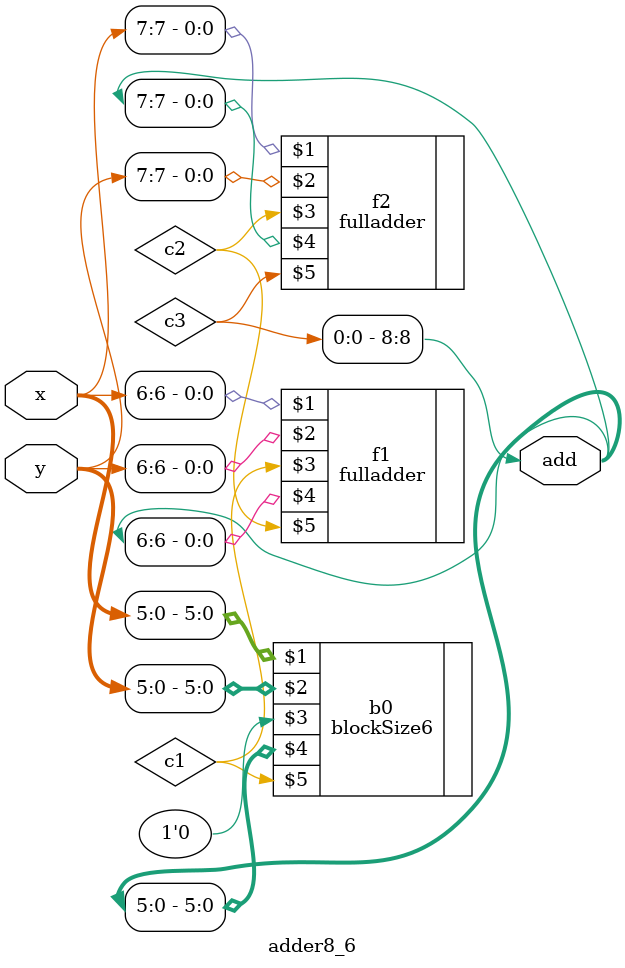
<source format=v>
module adder8_6(x,y,add);                               // 16 bit blocksize 6
        input [7:0]x,y;
        output [8:0]add;
        blockSize6 b0(x[5:0],y[5:0],1'b0,add[5:0],c1);
	fulladder f1(x[6],y[6],c1,add[6],c2);
	fulladder f2(x[7],y[7],c2,add[7],c3);
        assign add[8]=c3;
endmodule


</source>
